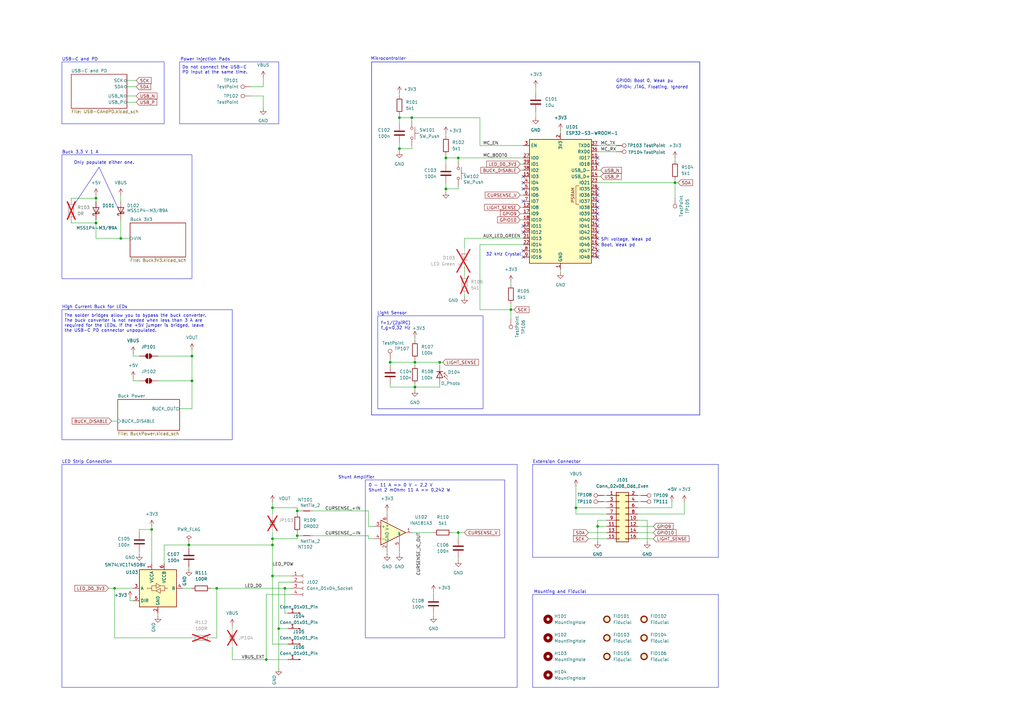
<source format=kicad_sch>
(kicad_sch (version 20250114) (generator "eeschema") (generator_version "9.0")
  (paper "A3")
  (title_block (title "Glowbuck"))
  (rectangle (start 25.4 63.5) (end 78.74 114.3))
  (rectangle (start 154.94 129.54) (end 198.12 167.64))
  (rectangle (start 218.44 190.5) (end 294.64 228.6))
  (rectangle (start 152.4 25.4) (end 287.02 170.18) (stroke (width 0.2)))
  (rectangle (start 25.4 25.4) (end 67.31 50.8))
  (rectangle (start 25.4 127) (end 95.25 180.34))
  (rectangle (start 73.66 25.4) (end 114.3 50.8))
  (rectangle (start 149.86 196.85) (end 207.01 261.62))
  (rectangle (start 218.44 243.84) (end 294.64 281.94))
  (rectangle (start 25.4 190.5) (end 212.09 281.94))
  (text "Only populate either one." (at 30.226 66.04 0) (effects (font (size 1.27 1.27)) (justify left top)))
  (text "SPI voltage, Weak pd" (at 256.794 98.298 0) (effects (font (size 1.27 1.27))))
  (text "Do not connect the USB-C\nPD input at the same time." (at 74.676 26.924 0) (effects (font (size 1.27 1.27)) (justify left top)))
  (text "Mikrocontroller\n" (at 159.258 24.13 0) (effects (font (size 1.27 1.27))))
  (text "Light Sensor" (at 160.782 128.524 0) (effects (font (size 1.27 1.27))))
  (text "Power Injection Pads" (at 73.914 24.384 0) (effects (font (size 1.27 1.27)) (justify left)))
  (text "GPIO4: JTAG, Floating, Ignored" (at 267.462 35.814 0) (effects (font (size 1.27 1.27))))
  (text "Buck 3,3 V 1 A" (at 25.4 62.484 0) (effects (font (size 1.27 1.27)) (justify left)))
  (text "Mounting and Fiducial" (at 218.948 242.824 0) (effects (font (size 1.27 1.27)) (justify left)))
  (text "0 - 11 A => 0 V - 2,2 V\nShunt 2 mOhm: 11 A => 0,242 W" (at 151.13 198.374 0) (effects (font (size 1.27 1.27)) (justify left top)))
  (text "GPIO0: Boot 0, Weak pu" (at 264.414 33.274 0) (effects (font (size 1.27 1.27))))
  (text "Extension Connector" (at 218.44 189.484 0) (effects (font (size 1.27 1.27)) (justify left)))
  (text "USB-C and PD" (at 25.4 24.384 0) (effects (font (size 1.27 1.27)) (justify left)))
  (text "Boot, Weak pd" (at 253.492 100.584 0) (effects (font (size 1.27 1.27))))
  (text "Shunt Amplifier" (at 138.684 195.834 0) (effects (font (size 1.27 1.27)) (justify left)))
  (text "The solder bridges allow you to bypass the buck converter.\nThe buck converter is not needed when less than 3 A are\nrequired for the LEDs. If the +5V jumper is bridged, leave\nthe USB-C PD connector unpopulated." (at 26.416 128.778 0) (effects (font (size 1.27 1.27)) (justify left top)))
  (text "32 kHz Crystal" (at 206.502 104.394 0) (effects (font (size 1.27 1.27))))
  (text "f=1/(2piRC)\nf_g=0,32 Hz" (at 162.306 133.604 0) (effects (font (size 1.27 1.27))))
  (text "LED Strip Connection" (at 25.4 189.484 0) (effects (font (size 1.27 1.27)) (justify left)))
  (text "High Current Buck for LEDs" (at 25.4 125.984 0) (effects (font (size 1.27 1.27)) (justify left)))
  (junction (at 116.84 241.3))
  (junction (at 187.96 218.44))
  (junction (at 78.74 146.05))
  (junction (at 182.88 64.77))
  (junction (at 276.86 74.93))
  (junction (at 111.76 208.28))
  (junction (at 160.02 148.59))
  (junction (at 49.53 97.79))
  (junction (at 77.47 223.52))
  (junction (at 78.74 156.21))
  (junction (at 39.37 91.44))
  (junction (at 111.76 220.98))
  (junction (at 114.3 257.81))
  (junction (at 121.92 209.55))
  (junction (at 245.11 215.9))
  (junction (at 46.99 241.3))
  (junction (at 180.34 148.59))
  (junction (at 121.92 219.71))
  (junction (at 170.18 148.59))
  (junction (at 182.88 77.47))
  (junction (at 236.22 208.28))
  (junction (at 88.9 241.3))
  (junction (at 111.76 236.22))
  (junction (at 187.96 64.77))
  (junction (at 168.91 48.26))
  (junction (at 109.22 270.51))
  (junction (at 209.55 127))
  (junction (at 163.83 48.26))
  (junction (at 39.37 81.28))
  (junction (at 163.83 60.96))
  (junction (at 111.76 223.52))
  (junction (at 170.18 158.75))
  (junction (at 62.23 217.17))
  (no_connect (at 245.11 77.47))
  (no_connect (at 245.11 80.01))
  (no_connect (at 245.11 105.41))
  (no_connect (at 245.11 90.17))
  (no_connect (at 214.63 105.41))
  (no_connect (at 245.11 82.55))
  (no_connect (at 245.11 87.63))
  (no_connect (at 214.63 92.71))
  (no_connect (at 245.11 92.71))
  (no_connect (at 214.63 82.55))
  (no_connect (at 214.63 72.39))
  (no_connect (at 214.63 77.47))
  (no_connect (at 245.11 97.79))
  (no_connect (at 245.11 85.09))
  (no_connect (at 245.11 102.87))
  (no_connect (at 214.63 95.25))
  (no_connect (at 214.63 102.87))
  (no_connect (at 245.11 64.77))
  (no_connect (at 245.11 67.31))
  (no_connect (at 214.63 74.93))
  (no_connect (at 245.11 100.33))
  (no_connect (at 245.11 95.25))
  (wire (pts (xy 209.55 127) (xy 209.55 130.81)))
  (wire (pts (xy 121.92 220.98) (xy 111.76 220.98)))
  (wire (pts (xy 121.92 219.71) (xy 123.19 219.71)))
  (wire (pts (xy 121.92 209.55) (xy 121.92 210.82)))
  (wire (pts (xy 168.91 48.26) (xy 196.85 48.26)))
  (wire (pts (xy 52.07 41.91) (xy 55.88 41.91)))
  (wire (pts (xy 67.31 223.52) (xy 67.31 231.14)))
  (wire (pts (xy 261.62 208.28) (xy 275.59 208.28)))
  (wire (pts (xy 275.59 208.28) (xy 275.59 205.74)))
  (wire (pts (xy 170.18 148.59) (xy 180.34 148.59)))
  (wire (pts (xy 151.13 219.71) (xy 151.13 220.98)))
  (wire (pts (xy 170.18 138.43) (xy 170.18 139.7)))
  (wire (pts (xy 219.71 45.72) (xy 219.71 48.26)))
  (wire (pts (xy 78.74 156.21) (xy 78.74 146.05)))
  (wire (pts (xy 209.55 124.46) (xy 209.55 127)))
  (wire (pts (xy 54.61 144.78) (xy 54.61 146.05)))
  (wire (pts (xy 245.11 215.9) (xy 248.92 215.9)))
  (wire (pts (xy 196.85 59.69) (xy 196.85 48.26)))
  (wire (pts (xy 245.11 62.23) (xy 252.73 62.23)))
  (wire (pts (xy 185.42 218.44) (xy 187.96 218.44)))
  (wire (pts (xy 280.67 210.82) (xy 261.62 210.82)))
  (wire (pts (xy 180.34 158.75) (xy 180.34 157.48)))
  (wire (pts (xy 52.07 35.56) (xy 55.88 35.56)))
  (wire (pts (xy 209.55 127) (xy 210.82 127)))
  (wire (pts (xy 64.77 251.46) (xy 64.77 252.73)))
  (wire (pts (xy 44.45 241.3) (xy 46.99 241.3)))
  (wire (pts (xy 151.13 220.98) (xy 153.67 220.98)))
  (wire (pts (xy 118.11 251.46) (xy 116.84 251.46)))
  (wire (pts (xy 177.8 251.46) (xy 177.8 252.73)))
  (wire (pts (xy 187.96 76.2) (xy 187.96 77.47)))
  (wire (pts (xy 196.85 59.69) (xy 214.63 59.69)))
  (wire (pts (xy 111.76 236.22) (xy 111.76 264.16)))
  (wire (pts (xy 74.93 241.3) (xy 78.74 241.3)))
  (wire (pts (xy 182.88 54.61) (xy 182.88 55.88)))
  (wire (pts (xy 88.9 261.62) (xy 88.9 241.3)))
  (wire (pts (xy 187.96 218.44) (xy 190.5 218.44)))
  (polyline (pts (xy 30.48 83.82) (xy 40.64 68.58)))
  (wire (pts (xy 187.96 229.87) (xy 187.96 228.6)))
  (wire (pts (xy 187.96 66.04) (xy 187.96 64.77)))
  (wire (pts (xy 107.95 35.56) (xy 107.95 31.75)))
  (wire (pts (xy 280.67 205.74) (xy 280.67 210.82)))
  (wire (pts (xy 39.37 81.28) (xy 29.21 81.28)))
  (wire (pts (xy 54.61 154.94) (xy 54.61 156.21)))
  (wire (pts (xy 213.36 85.09) (xy 214.63 85.09)))
  (wire (pts (xy 46.99 261.62) (xy 78.74 261.62)))
  (wire (pts (xy 39.37 91.44) (xy 39.37 90.17)))
  (wire (pts (xy 151.13 215.9) (xy 153.67 215.9)))
  (wire (pts (xy 77.47 232.41) (xy 77.47 233.68)))
  (wire (pts (xy 213.36 87.63) (xy 214.63 87.63)))
  (wire (pts (xy 261.62 205.74) (xy 262.89 205.74)))
  (wire (pts (xy 111.76 210.82) (xy 111.76 208.28)))
  (wire (pts (xy 236.22 210.82) (xy 236.22 208.28)))
  (wire (pts (xy 73.66 167.64) (xy 78.74 167.64)))
  (wire (pts (xy 64.77 156.21) (xy 78.74 156.21)))
  (wire (pts (xy 236.22 210.82) (xy 248.92 210.82)))
  (wire (pts (xy 46.99 241.3) (xy 54.61 241.3)))
  (wire (pts (xy 111.76 236.22) (xy 119.38 236.22)))
  (wire (pts (xy 190.5 120.65) (xy 190.5 121.92)))
  (wire (pts (xy 196.85 127) (xy 209.55 127)))
  (wire (pts (xy 111.76 218.44) (xy 111.76 220.98)))
  (wire (pts (xy 49.53 97.79) (xy 39.37 97.79)))
  (wire (pts (xy 29.21 81.28) (xy 29.21 82.55)))
  (wire (pts (xy 39.37 97.79) (xy 39.37 91.44)))
  (wire (pts (xy 182.88 74.93) (xy 182.88 77.47)))
  (wire (pts (xy 170.18 148.59) (xy 160.02 148.59)))
  (wire (pts (xy 121.92 218.44) (xy 121.92 219.71)))
  (wire (pts (xy 109.22 243.84) (xy 109.22 270.51)))
  (wire (pts (xy 180.34 148.59) (xy 181.61 148.59)))
  (wire (pts (xy 170.18 158.75) (xy 160.02 158.75)))
  (wire (pts (xy 182.88 63.5) (xy 182.88 64.77)))
  (wire (pts (xy 261.62 213.36) (xy 265.43 213.36)))
  (wire (pts (xy 109.22 270.51) (xy 118.11 270.51)))
  (wire (pts (xy 209.55 115.57) (xy 209.55 116.84)))
  (wire (pts (xy 187.96 64.77) (xy 214.63 64.77)))
  (wire (pts (xy 57.15 217.17) (xy 57.15 218.44)))
  (wire (pts (xy 45.72 172.72) (xy 48.26 172.72)))
  (wire (pts (xy 95.25 256.54) (xy 95.25 257.81)))
  (wire (pts (xy 116.84 241.3) (xy 119.38 241.3)))
  (wire (pts (xy 196.85 127) (xy 196.85 100.33)))
  (wire (pts (xy 78.74 167.64) (xy 78.74 156.21)))
  (wire (pts (xy 111.76 220.98) (xy 111.76 223.52)))
  (wire (pts (xy 121.92 209.55) (xy 123.19 209.55)))
  (wire (pts (xy 107.95 44.45) (xy 107.95 39.37)))
  (wire (pts (xy 128.27 209.55) (xy 151.13 209.55)))
  (wire (pts (xy 39.37 80.01) (xy 39.37 81.28)))
  (wire (pts (xy 196.85 100.33) (xy 214.63 100.33)))
  (wire (pts (xy 53.34 246.38) (xy 54.61 246.38)))
  (wire (pts (xy 78.74 143.51) (xy 78.74 146.05)))
  (wire (pts (xy 62.23 215.9) (xy 62.23 217.17)))
  (wire (pts (xy 118.11 264.16) (xy 111.76 264.16)))
  (wire (pts (xy 151.13 209.55) (xy 151.13 215.9)))
  (wire (pts (xy 236.22 208.28) (xy 248.92 208.28)))
  (wire (pts (xy 86.36 241.3) (xy 88.9 241.3)))
  (wire (pts (xy 53.34 245.11) (xy 53.34 246.38)))
  (wire (pts (xy 121.92 208.28) (xy 121.92 209.55)))
  (wire (pts (xy 168.91 59.69) (xy 168.91 60.96)))
  (wire (pts (xy 229.87 110.49) (xy 229.87 111.76)))
  (wire (pts (xy 49.53 80.01) (xy 49.53 82.55)))
  (wire (pts (xy 114.3 238.76) (xy 119.38 238.76)))
  (wire (pts (xy 182.88 64.77) (xy 182.88 67.31)))
  (wire (pts (xy 168.91 60.96) (xy 163.83 60.96)))
  (wire (pts (xy 52.07 33.02) (xy 55.88 33.02)))
  (wire (pts (xy 168.91 48.26) (xy 163.83 48.26)))
  (wire (pts (xy 170.18 148.59) (xy 170.18 149.86)))
  (wire (pts (xy 57.15 217.17) (xy 62.23 217.17)))
  (wire (pts (xy 261.62 203.2) (xy 262.89 203.2)))
  (wire (pts (xy 177.8 242.57) (xy 177.8 243.84)))
  (wire (pts (xy 245.11 213.36) (xy 245.11 215.9)))
  (wire (pts (xy 245.11 69.85) (xy 246.38 69.85)))
  (wire (pts (xy 46.99 241.3) (xy 46.99 261.62)))
  (wire (pts (xy 160.02 158.75) (xy 160.02 157.48)))
  (wire (pts (xy 67.31 223.52) (xy 77.47 223.52)))
  (wire (pts (xy 163.83 46.99) (xy 163.83 48.26)))
  (wire (pts (xy 111.76 223.52) (xy 111.76 236.22)))
  (wire (pts (xy 111.76 205.74) (xy 111.76 208.28)))
  (wire (pts (xy 276.86 74.93) (xy 276.86 81.28)))
  (wire (pts (xy 158.75 209.55) (xy 158.75 210.82)))
  (wire (pts (xy 39.37 81.28) (xy 39.37 82.55)))
  (wire (pts (xy 213.36 67.31) (xy 214.63 67.31)))
  (wire (pts (xy 49.53 90.17) (xy 49.53 97.79)))
  (wire (pts (xy 86.36 261.62) (xy 88.9 261.62)))
  (wire (pts (xy 49.53 97.79) (xy 53.34 97.79)))
  (wire (pts (xy 182.88 77.47) (xy 182.88 78.74)))
  (wire (pts (xy 114.3 274.32) (xy 114.3 257.81)))
  (wire (pts (xy 187.96 77.47) (xy 182.88 77.47)))
  (wire (pts (xy 219.71 35.56) (xy 219.71 38.1)))
  (wire (pts (xy 213.36 80.01) (xy 214.63 80.01)))
  (wire (pts (xy 163.83 60.96) (xy 163.83 62.23)))
  (wire (pts (xy 190.5 97.79) (xy 190.5 101.6)))
  (wire (pts (xy 118.11 257.81) (xy 114.3 257.81)))
  (wire (pts (xy 163.83 58.42) (xy 163.83 60.96)))
  (wire (pts (xy 190.5 109.22) (xy 190.5 113.03)))
  (wire (pts (xy 245.11 74.93) (xy 276.86 74.93)))
  (wire (pts (xy 64.77 146.05) (xy 78.74 146.05)))
  (wire (pts (xy 111.76 208.28) (xy 121.92 208.28)))
  (wire (pts (xy 276.86 64.77) (xy 276.86 66.04)))
  (wire (pts (xy 236.22 199.39) (xy 236.22 208.28)))
  (wire (pts (xy 187.96 220.98) (xy 187.96 218.44)))
  (wire (pts (xy 107.95 39.37) (xy 102.87 39.37)))
  (wire (pts (xy 54.61 146.05) (xy 57.15 146.05)))
  (wire (pts (xy 114.3 257.81) (xy 114.3 238.76)))
  (wire (pts (xy 247.65 203.2) (xy 248.92 203.2)))
  (wire (pts (xy 62.23 217.17) (xy 62.23 231.14)))
  (wire (pts (xy 95.25 265.43) (xy 95.25 270.51)))
  (wire (pts (xy 190.5 97.79) (xy 214.63 97.79)))
  (wire (pts (xy 245.11 59.69) (xy 252.73 59.69)))
  (wire (pts (xy 247.65 205.74) (xy 248.92 205.74)))
  (wire (pts (xy 248.92 218.44) (xy 241.3 218.44)))
  (wire (pts (xy 88.9 241.3) (xy 116.84 241.3)))
  (wire (pts (xy 77.47 223.52) (xy 111.76 223.52)))
  (wire (pts (xy 29.21 91.44) (xy 39.37 91.44)))
  (wire (pts (xy 168.91 218.44) (xy 177.8 218.44)))
  (wire (pts (xy 168.91 49.53) (xy 168.91 48.26)))
  (wire (pts (xy 170.18 158.75) (xy 170.18 160.02)))
  (wire (pts (xy 121.92 219.71) (xy 121.92 220.98)))
  (wire (pts (xy 229.87 53.34) (xy 229.87 54.61)))
  (wire (pts (xy 128.27 219.71) (xy 151.13 219.71)))
  (wire (pts (xy 245.11 222.25) (xy 245.11 215.9)))
  (wire (pts (xy 276.86 74.93) (xy 278.13 74.93)))
  (wire (pts (xy 267.97 218.44) (xy 261.62 218.44)))
  (wire (pts (xy 52.07 39.37) (xy 55.88 39.37)))
  (wire (pts (xy 261.62 220.98) (xy 267.97 220.98)))
  (wire (pts (xy 180.34 148.59) (xy 180.34 149.86)))
  (wire (pts (xy 102.87 35.56) (xy 107.95 35.56)))
  (wire (pts (xy 245.11 72.39) (xy 246.38 72.39)))
  (wire (pts (xy 158.75 226.06) (xy 158.75 227.33)))
  (wire (pts (xy 170.18 148.59) (xy 170.18 147.32)))
  (wire (pts (xy 160.02 147.32) (xy 160.02 148.59)))
  (wire (pts (xy 267.97 215.9) (xy 261.62 215.9)))
  (wire (pts (xy 160.02 148.59) (xy 160.02 149.86)))
  (wire (pts (xy 276.86 73.66) (xy 276.86 74.93)))
  (wire (pts (xy 95.25 270.51) (xy 109.22 270.51)))
  (wire (pts (xy 245.11 213.36) (xy 248.92 213.36)))
  (wire (pts (xy 170.18 158.75) (xy 180.34 158.75)))
  (wire (pts (xy 77.47 223.52) (xy 77.47 224.79)))
  (wire (pts (xy 163.83 38.1) (xy 163.83 39.37)))
  (polyline (pts (xy 40.64 68.58) (xy 48.26 85.09)))
  (wire (pts (xy 77.47 222.25) (xy 77.47 223.52)))
  (wire (pts (xy 54.61 156.21) (xy 57.15 156.21)))
  (wire (pts (xy 109.22 243.84) (xy 119.38 243.84)))
  (wire (pts (xy 116.84 241.3) (xy 116.84 251.46)))
  (wire (pts (xy 213.36 69.85) (xy 214.63 69.85)))
  (wire (pts (xy 57.15 227.33) (xy 57.15 226.06)))
  (wire (pts (xy 163.83 226.06) (xy 163.83 227.33)))
  (wire (pts (xy 163.83 48.26) (xy 163.83 50.8)))
  (wire (pts (xy 187.96 64.77) (xy 182.88 64.77)))
  (wire (pts (xy 213.36 90.17) (xy 214.63 90.17)))
  (wire (pts (xy 248.92 220.98) (xy 241.3 220.98)))
  (wire (pts (xy 29.21 90.17) (xy 29.21 91.44)))
  (wire (pts (xy 170.18 157.48) (xy 170.18 158.75)))
  (wire (pts (xy 265.43 213.36) (xy 265.43 222.25)))
  (label "MC_EN" (at 198.12 59.69 0))
  (label "CURSENSE_IC_OUT" (at 172.72 218.44 270))
  (label "LED_D0" (at 100.33 241.3 0))
  (label "LED_POW" (at 111.76 232.41 0))
  (label "CURSENSE_-IN" (at 133.35 219.71 0))
  (label "CURSENSE_+IN" (at 133.35 209.55 0))
  (label "MC_TX" (at 246.38 59.69 0))
  (label "AUX_LED_GREEN" (at 198.12 97.79 0))
  (label "VBUS_EXT" (at 99.06 270.51 0))
  (label "MC_RX" (at 246.38 62.23 0))
  (label "MC_BOOT0" (at 198.12 64.77 0))
  (global_label "SDA" (shape input) (at 241.3 218.44 180) (property "Intersheetrefs" "${INTERSHEET_REFS}" (at 234.7467 218.44 0) (effects (justify right))))
  (global_label "SDA" (shape input) (at 55.88 35.56 0) (property "Intersheetrefs" "${INTERSHEET_REFS}" (at 62.4333 35.56 0) (effects (justify left))))
  (global_label "LIGHT_SENSE" (shape input) (at 213.36 85.09 180) (property "Intersheetrefs" "${INTERSHEET_REFS}" (at 198.1587 85.09 0) (effects (justify right))))
  (global_label "CURSENSE_V" (shape input) (at 190.5 218.44 0) (property "Intersheetrefs" "${INTERSHEET_REFS}" (at 205.4594 218.44 0) (effects (justify left))))
  (global_label "USB_N" (shape input) (at 246.38 69.85 0) (property "Intersheetrefs" "${INTERSHEET_REFS}" (at 255.4733 69.85 0) (effects (justify left))))
  (global_label "USB_P" (shape input) (at 246.38 72.39 0) (property "Intersheetrefs" "${INTERSHEET_REFS}" (at 255.4128 72.39 0) (effects (justify left))))
  (global_label "LED_D0_3V3" (shape input) (at 44.45 241.3 180) (property "Intersheetrefs" "${INTERSHEET_REFS}" (at 30.0954 241.3 0) (effects (justify right))))
  (global_label "SCK" (shape input) (at 241.3 220.98 180) (property "Intersheetrefs" "${INTERSHEET_REFS}" (at 234.5653 220.98 0) (effects (justify right))))
  (global_label "SCK" (shape input) (at 210.82 127 0) (property "Intersheetrefs" "${INTERSHEET_REFS}" (at 217.5547 127 0) (effects (justify left))))
  (global_label "CURSENSE_V" (shape input) (at 213.36 80.01 180) (property "Intersheetrefs" "${INTERSHEET_REFS}" (at 198.4006 80.01 0) (effects (justify right))))
  (global_label "USB_P" (shape input) (at 55.88 41.91 0) (property "Intersheetrefs" "${INTERSHEET_REFS}" (at 64.9128 41.91 0) (effects (justify left))))
  (global_label "BUCK_DISABLE" (shape input) (at 45.72 172.72 180) (property "Intersheetrefs" "${INTERSHEET_REFS}" (at 29.0067 172.72 0) (effects (justify right))))
  (global_label "SCK" (shape input) (at 55.88 33.02 0) (property "Intersheetrefs" "${INTERSHEET_REFS}" (at 62.6147 33.02 0) (effects (justify left))))
  (global_label "LIGHT_SENSE" (shape input) (at 181.61 148.59 0) (property "Intersheetrefs" "${INTERSHEET_REFS}" (at 196.8113 148.59 0) (effects (justify left))))
  (global_label "BUCK_DISABLE" (shape input) (at 213.36 69.85 180) (property "Intersheetrefs" "${INTERSHEET_REFS}" (at 196.6467 69.85 0) (effects (justify right))))
  (global_label "GPIO10" (shape input) (at 213.36 90.17 180) (property "Intersheetrefs" "${INTERSHEET_REFS}" (at 203.4805 90.17 0) (effects (justify right))))
  (global_label "LIGHT_SENSE" (shape input) (at 267.97 220.98 0) (property "Intersheetrefs" "${INTERSHEET_REFS}" (at 283.1713 220.98 0) (effects (justify left))))
  (global_label "GPIO10" (shape input) (at 267.97 218.44 0) (property "Intersheetrefs" "${INTERSHEET_REFS}" (at 277.8495 218.44 0) (effects (justify left))))
  (global_label "LED_D0_3V3" (shape input) (at 213.36 67.31 180) (property "Intersheetrefs" "${INTERSHEET_REFS}" (at 199.0054 67.31 0) (effects (justify right))))
  (global_label "GPIO9" (shape input) (at 213.36 87.63 180) (property "Intersheetrefs" "${INTERSHEET_REFS}" (at 204.69 87.63 0) (effects (justify right))))
  (global_label "SDA" (shape input) (at 278.13 74.93 0) (property "Intersheetrefs" "${INTERSHEET_REFS}" (at 284.6833 74.93 0) (effects (justify left))))
  (global_label "GPIO9" (shape input) (at 267.97 215.9 0) (property "Intersheetrefs" "${INTERSHEET_REFS}" (at 276.64 215.9 0) (effects (justify left))))
  (global_label "USB_N" (shape input) (at 55.88 39.37 0) (property "Intersheetrefs" "${INTERSHEET_REFS}" (at 64.9733 39.37 0) (effects (justify left))))
  (symbol (lib_id "Switch:SW_Push") (at 187.96 71.12 270) (unit 1)
    (property "Reference" "SW102" (at 189.992 72.39 90) (effects (justify left)))
    (property "Value" "SW_Push" (at 189.992 74.676 90) (effects (justify left)))
    (property "Footprint" "rise:PTS526_GPins_NoGround_2Pole" (effects (hide yes)))
    (property "Datasheet" "https://www.ckswitches.com/media/2780/pts526.pdf" (effects (hide yes)))
    (property "Description" "Push button switch, generic, two pins" (effects (hide yes)))
    (property "MouserNumber" "611-PTS526SM20S21LFS" (effects (hide yes)))
    (property "ManufacturerNumber" "PTS526SM20SMTR21 LFS" (effects (hide yes)))
  )
  (symbol (lib_id "power:VBUS") (at 78.74 143.51 0) (unit 1)
    (property "Reference" "#PWR0117" (effects (hide yes)))
    (property "Value" "VOUT" (at 78.74 138.43 0))
    (property "Description" "Power symbol creates a global label with name \"VBUS\"" (effects (hide yes)))
  )
  (symbol (lib_id "power:VBUS") (at 111.76 205.74 0) (unit 1)
    (property "Reference" "#PWR0122" (effects (hide yes)))
    (property "Value" "VOUT" (at 114.3 204.4699 0) (effects (justify left)))
    (property "Description" "Power symbol creates a global label with name \"VBUS\"" (effects (hide yes)))
  )
  (symbol (lib_id "power:VBUS") (at 236.22 199.39 0) (unit 1)
    (property "Reference" "#PWR0121" (effects (hide yes)))
    (property "Value" "VBUS" (at 236.22 194.31 0))
    (property "Description" "Power symbol creates a global label with name \"VBUS\"" (effects (hide yes)))
  )
  (symbol (lib_id "Mechanical:MountingHole") (at 224.79 254 0) (unit 1) (in_bom no)
    (property "Reference" "H101" (at 227.33 252.7299 0) (effects (justify left)))
    (property "Value" "MountingHole" (at 227.33 255.2699 0) (effects (justify left)))
    (property "Footprint" "MountingHole:MountingHole_2.2mm_M2_DIN965_Pad_TopBottom" (effects (hide yes)))
    (property "Description" "Mounting Hole without connection" (effects (hide yes)))
  )
  (symbol (lib_id "power:VBUS") (at 107.95 31.75 0) (mirror y) (unit 1)
    (property "Reference" "#PWR0101" (effects (hide yes)))
    (property "Value" "VBUS" (at 107.95 26.67 0))
    (property "Description" "Power symbol creates a global label with name \"VBUS\"" (effects (hide yes)))
  )
  (symbol (lib_id "Device:C") (at 182.88 71.12 0) (unit 1)
    (property "Reference" "C103" (at 179.07 69.8499 0) (effects (justify right)))
    (property "Value" "100n" (at 179.07 72.3899 0) (effects (justify right)))
    (property "Footprint" "Capacitor_SMD:C_0603_1608Metric" (effects (hide yes)))
    (property "Description" "Unpolarized capacitor" (effects (hide yes)))
    (property "MouserNumber" "187-CL10B104KB8WPND" (effects (hide yes)))
    (property "ManufacturerNumber" "CL10B104KB8WPND" (effects (hide yes)))
  )
  (symbol (lib_id "Jumper:SolderJumper_2_Open") (at 95.25 261.62 90) (unit 1) (in_bom no) (dnp yes)
    (property "Reference" "JP104" (at 97.79 261.6199 90) (effects (justify right)))
    (property "Value" "SolderJumper_2_Open" (effects (hide yes)))
    (property "Footprint" "glowbuck:SolderJumper_Open_HighCurrent" (effects (hide yes)))
    (property "Description" "Solder Jumper, 2-pole, open" (effects (hide yes)))
  )
  (symbol (lib_id "power:PWR_FLAG") (at 77.47 222.25 0) (unit 1)
    (property "Reference" "#FLG0101" (effects (hide yes)))
    (property "Value" "PWR_FLAG" (at 77.47 217.17 0))
    (property "Description" "Special symbol for telling ERC where power comes from" (effects (hide yes)))
  )
  (symbol (lib_id "Connector:TestPoint") (at 252.73 59.69 270) (unit 1) (in_bom no)
    (property "Reference" "TP103" (at 257.302 59.69 90) (effects (justify left)))
    (property "Value" "TestPoint" (at 263.906 59.69 90) (effects (justify left)))
    (property "Footprint" "TestPoint:TestPoint_Pad_D1.0mm" (effects (hide yes)))
    (property "Description" "test point" (effects (hide yes)))
  )
  (symbol (lib_id "Device:R") (at 276.86 69.85 0) (unit 1)
    (property "Reference" "R104" (at 279.4 68.5799 0) (effects (justify left)))
    (property "Value" "5k1" (at 279.4 71.1199 0) (effects (justify left)))
    (property "Footprint" "Resistor_SMD:R_0603_1608Metric" (effects (hide yes)))
    (property "Description" "Resistor" (effects (hide yes)))
    (property "MouserNumber" "603-RC0603FR-105K1L" (effects (hide yes)))
    (property "ManufacturerNumber" "RC0603FR-105K1L" (effects (hide yes)))
  )
  (symbol (lib_id "Jumper:SolderJumper_2_Open") (at 60.96 146.05 0) (unit 1) (in_bom no)
    (property "Reference" "JP101" (at 60.96 142.24 0))
    (property "Value" "SolderJumper_2_Open" (effects (hide yes)))
    (property "Footprint" "glowbuck:SolderJumper_Open_HighCurrent" (effects (hide yes)))
    (property "Description" "Solder Jumper, 2-pole, open" (effects (hide yes)))
  )
  (symbol (lib_id "Connector:TestPoint") (at 160.02 147.32 0) (unit 1) (in_bom no)
    (property "Reference" "TP107" (at 161.798 143.002 0) (effects (justify left)))
    (property "Value" "TestPoint" (at 156.718 140.716 0) (effects (justify left)))
    (property "Footprint" "TestPoint:TestPoint_Pad_D1.0mm" (effects (hide yes)))
    (property "Description" "test point" (effects (hide yes)))
  )
  (symbol (lib_id "Device:D_Photo") (at 180.34 154.94 270) (unit 1)
    (property "Reference" "D104" (at 183.642 152.654 90) (effects (justify left)))
    (property "Value" "D_Photo" (at 180.848 157.226 90) (effects (justify left)))
    (property "Footprint" "Diode_SMD:D_1206_3216Metric" (effects (hide yes)))
    (property "Description" "Photodiode" (effects (hide yes)))
    (property "MouserNumber" "743-IN-S126BTNPD" (effects (hide yes)))
    (property "ManufacturerNumber" "IN-S126BTNPD" (effects (hide yes)))
  )
  (symbol (lib_id "power:GND") (at 190.5 121.92 0) (mirror y) (unit 1)
    (property "Reference" "#PWR0115" (effects (hide yes)))
    (property "Value" "GND" (at 187.96 123.1899 0) (effects (justify left)))
    (property "Description" "Power symbol creates a global label with name \"GND\" , ground" (effects (hide yes)))
  )
  (symbol (lib_id "Device:D_Schottky") (at 49.53 86.36 90) (unit 1)
    (property "Reference" "D102" (at 52.07 84.328 90) (effects (justify right)))
    (property "Value" "MSS1P4-M3/89A" (at 52.07 86.36 90) (effects (justify right)))
    (property "Footprint" "Diode_SMD:D_MicroSMP_AK" (effects (hide yes)))
    (property "Datasheet" "https://www.vishay.com/docs/89019/mss1p4.pdf" (effects (hide yes)))
    (property "Description" "Schottky diode, 1.0 A, 40 V" (effects (hide yes)))
    (property "ManufacturerNumber" "MSS1P4-M3/89A" (effects (hide yes)))
    (property "MouserNumber" "625-MSS1P4-M3" (effects (hide yes)))
  )
  (symbol (lib_id "power:GND") (at 107.95 44.45 0) (mirror y) (unit 1)
    (property "Reference" "#PWR0104" (effects (hide yes)))
    (property "Value" "GND" (at 107.95 49.53 0))
    (property "Description" "Power symbol creates a global label with name \"GND\" , ground" (effects (hide yes)))
  )
  (symbol (lib_id "power:GND") (at 158.75 227.33 0) (unit 1)
    (property "Reference" "#PWR0130" (effects (hide yes)))
    (property "Value" "GND" (at 158.75 232.41 0))
    (property "Description" "Power symbol creates a global label with name \"GND\" , ground" (effects (hide yes)))
  )
  (symbol (lib_id "power:+3V3") (at 276.86 64.77 0) (unit 1)
    (property "Reference" "#PWR0112" (effects (hide yes)))
    (property "Value" "+3V3" (at 276.86 59.69 0))
    (property "Description" "Power symbol creates a global label with name \"+3V3\"" (effects (hide yes)))
  )
  (symbol (lib_id "Device:D_Schottky") (at 39.37 86.36 90) (unit 1)
    (property "Reference" "D101" (at 41.91 84.328 90) (effects (justify right)))
    (property "Value" "MSS1P4-M3/89A" (at 31.242 93.472 90) (effects (justify right)))
    (property "Footprint" "Diode_SMD:D_MicroSMP_AK" (effects (hide yes)))
    (property "Datasheet" "https://www.vishay.com/docs/89019/mss1p4.pdf" (effects (hide yes)))
    (property "Description" "Schottky diode, 1.0 A, 40 V" (effects (hide yes)))
    (property "ManufacturerNumber" "MSS1P4-M3/89A" (effects (hide yes)))
    (property "MouserNumber" "625-MSS1P4-M3" (effects (hide yes)))
  )
  (symbol (lib_id "Device:R") (at 82.55 261.62 270) (unit 1) (dnp yes)
    (property "Reference" "R112" (at 82.55 255.27 90))
    (property "Value" "100R" (at 82.55 257.81 90))
    (property "Footprint" "Resistor_SMD:R_0603_1608Metric" (effects (hide yes)))
    (property "Description" "Resistor" (effects (hide yes)))
    (property "MouserNumber" "603-RE0603FRE07100RL" (effects (hide yes)))
    (property "ManufacturerNumber" "RE0603FRE07100RL" (effects (hide yes)))
  )
  (symbol (lib_id "Mechanical:Fiducial") (at 264.16 269.24 0) (unit 1) (in_bom no)
    (property "Reference" "FID106" (at 266.7 267.9699 0) (effects (justify left)))
    (property "Value" "Fiducial" (at 266.7 270.5099 0) (effects (justify left)))
    (property "Footprint" "Fiducial:Fiducial_0.5mm_Mask1mm" (effects (hide yes)))
    (property "Description" "Fiducial Marker" (effects (hide yes)))
  )
  (symbol (lib_id "Connector:TestPoint") (at 209.55 130.81 180) (unit 1) (in_bom no)
    (property "Reference" "TP106" (at 214.63 134.112 90))
    (property "Value" "TestPoint" (at 212.09 134.112 90))
    (property "Footprint" "TestPoint:TestPoint_Pad_D1.0mm" (effects (hide yes)))
    (property "Description" "test point" (effects (hide yes)))
  )
  (symbol (lib_id "Connector:Conn_01x01_Pin") (at 123.19 257.81 0) (mirror y) (unit 1) (in_bom no)
    (property "Reference" "J104" (at 122.555 252.73 0))
    (property "Value" "Conn_01x01_Pin" (at 122.555 255.27 0))
    (property "Footprint" "TestPoint:TestPoint_Pad_3.0x3.0mm" (effects (hide yes)))
    (property "Description" "Generic connector, single row, 01x01, script generated" (effects (hide yes)))
  )
  (symbol (lib_id "power:+3V3") (at 182.88 54.61 0) (unit 1)
    (property "Reference" "#PWR0107" (effects (hide yes)))
    (property "Value" "+3V3" (at 186.69 53.594 0))
    (property "Description" "Power symbol creates a global label with name \"+3V3\"" (effects (hide yes)))
  )
  (symbol (lib_id "power:+3V3") (at 53.34 245.11 0) (unit 1)
    (property "Reference" "#PWR0135" (effects (hide yes)))
    (property "Value" "+3V3" (at 49.53 244.094 0))
    (property "Description" "Power symbol creates a global label with name \"+3V3\"" (effects (hide yes)))
  )
  (symbol (lib_id "power:GND") (at 77.47 233.68 0) (unit 1)
    (property "Reference" "#PWR0133" (effects (hide yes)))
    (property "Value" "GND" (at 75.692 236.22 90) (effects (justify right)))
    (property "Description" "Power symbol creates a global label with name \"GND\" , ground" (effects (hide yes)))
  )
  (symbol (lib_id "Device:R") (at 29.21 86.36 180) (unit 1) (dnp yes)
    (property "Reference" "R103" (at 31.75 85.0899 0) (effects (justify right)))
    (property "Value" "0R" (at 31.75 87.6299 0) (effects (justify right)))
    (property "Footprint" "Resistor_SMD:R_0603_1608Metric" (effects (hide yes)))
    (property "Description" "Resistor" (effects (hide yes)))
    (property "Var" "Debug Included(0R) Excluded(-! DNP)" (effects (hide yes)))
    (property "MouserNumber" "603-RC0603FR-130RL" (effects (hide yes)))
    (property "ManufacturerNumber" "RC0603FR-130RL" (effects (hide yes)))
  )
  (symbol (lib_id "power:VBUS") (at 95.25 256.54 0) (unit 1)
    (property "Reference" "#PWR0139" (effects (hide yes)))
    (property "Value" "VBUS" (at 95.25 251.46 0))
    (property "Description" "Power symbol creates a global label with name \"VBUS\"" (effects (hide yes)))
  )
  (symbol (lib_id "Device:R") (at 170.18 153.67 0) (unit 1)
    (property "Reference" "R108" (at 172.72 152.3999 0) (effects (justify left)))
    (property "Value" "100k" (at 172.72 154.9399 0) (effects (justify left)))
    (property "Footprint" "Resistor_SMD:R_0603_1608Metric" (effects (hide yes)))
    (property "Description" "Resistor" (effects (hide yes)))
    (property "MouserNumber" "603-RT0603FRE07100KL" (effects (hide yes)))
    (property "ManufacturerNumber" "RT0603FRE07100KL" (effects (hide yes)))
  )
  (symbol (lib_id "power:VBUS") (at 49.53 80.01 0) (unit 1)
    (property "Reference" "#PWR0111" (effects (hide yes)))
    (property "Value" "VBUS" (at 49.53 74.93 0))
    (property "Description" "Power symbol creates a global label with name \"VBUS\"" (effects (hide yes)))
  )
  (symbol (lib_id "Device:R") (at 209.55 120.65 0) (unit 1)
    (property "Reference" "R105" (at 212.09 119.3799 0) (effects (justify left)))
    (property "Value" "5k1" (at 212.09 121.9199 0) (effects (justify left)))
    (property "Footprint" "Resistor_SMD:R_0603_1608Metric" (effects (hide yes)))
    (property "Description" "Resistor" (effects (hide yes)))
    (property "MouserNumber" "603-RC0603FR-105K1L" (effects (hide yes)))
    (property "ManufacturerNumber" "RC0603FR-105K1L" (effects (hide yes)))
  )
  (symbol (lib_id "Device:C") (at 163.83 54.61 0) (unit 1)
    (property "Reference" "C102" (at 160.02 53.3399 0) (effects (justify right)))
    (property "Value" "100n" (at 160.02 55.8799 0) (effects (justify right)))
    (property "Footprint" "Capacitor_SMD:C_0603_1608Metric" (effects (hide yes)))
    (property "Description" "Unpolarized capacitor" (effects (hide yes)))
    (property "MouserNumber" "187-CL10B104KB8WPND" (effects (hide yes)))
    (property "ManufacturerNumber" "CL10B104KB8WPND" (effects (hide yes)))
  )
  (symbol (lib_id "power:+3V3") (at 177.8 242.57 0) (unit 1)
    (property "Reference" "#PWR0134" (effects (hide yes)))
    (property "Value" "+3V3" (at 182.118 241.046 0))
    (property "Description" "Power symbol creates a global label with name \"+3V3\"" (effects (hide yes)))
  )
  (symbol (lib_id "Connector:TestPoint") (at 252.73 62.23 270) (unit 1) (in_bom no)
    (property "Reference" "TP104" (at 257.556 62.484 90) (effects (justify left)))
    (property "Value" "TestPoint" (at 263.906 62.484 90) (effects (justify left)))
    (property "Footprint" "TestPoint:TestPoint_Pad_D1.0mm" (effects (hide yes)))
    (property "Description" "test point" (effects (hide yes)))
  )
  (symbol (lib_id "Connector:TestPoint") (at 247.65 205.74 90) (unit 1) (in_bom no)
    (property "Reference" "TP110" (at 239.776 205.74 90))
    (property "Value" "TestPoint" (effects (hide yes)))
    (property "Footprint" "TestPoint:TestPoint_Pad_D1.0mm" (effects (hide yes)))
    (property "Description" "test point" (effects (hide yes)))
  )
  (symbol (lib_id "power:+3V3") (at 209.55 115.57 0) (unit 1)
    (property "Reference" "#PWR0113" (effects (hide yes)))
    (property "Value" "+3V3" (at 209.55 110.49 0))
    (property "Description" "Power symbol creates a global label with name \"+3V3\"" (effects (hide yes)))
  )
  (symbol (lib_name "LED_1") (lib_id "Device:LED") (at 190.5 105.41 270) (mirror x) (unit 1) (dnp yes)
    (property "Reference" "D103" (at 186.69 105.7274 90) (effects (justify right)))
    (property "Value" "LED Green" (at 186.69 108.2674 90) (effects (justify right)))
    (property "Footprint" "LED_SMD:LED_0603_1608Metric" (effects (hide yes)))
    (property "Description" "Light emitting diode" (effects (hide yes)))
    (property "Sim.Pins" "1=K 2=A" (effects (hide yes)))
    (property "MouserNumber" "710-150060VS55040" (effects (hide yes)))
    (property "ManufacturerNumber" "150060VS55040" (effects (hide yes)))
  )
  (symbol (lib_id "power:GND") (at 245.11 222.25 0) (unit 1)
    (property "Reference" "#PWR0127" (effects (hide yes)))
    (property "Value" "GND" (at 245.11 227.33 0))
    (property "Description" "Power symbol creates a global label with name \"GND\" , ground" (effects (hide yes)))
  )
  (symbol (lib_id "power:+3V3") (at 163.83 38.1 0) (unit 1)
    (property "Reference" "#PWR0103" (effects (hide yes)))
    (property "Value" "+3V3" (at 168.148 36.576 0))
    (property "Description" "Power symbol creates a global label with name \"+3V3\"" (effects (hide yes)))
  )
  (symbol (lib_id "Connector:TestPoint") (at 102.87 39.37 90) (mirror x) (unit 1) (in_bom no)
    (property "Reference" "TP102" (at 97.79 39.37 90) (effects (justify left)))
    (property "Value" "TestPoint" (at 97.79 41.91 90) (effects (justify left)))
    (property "Footprint" "TestPoint:TestPoint_Pad_3.0x3.0mm" (effects (hide yes)))
    (property "Description" "test point" (effects (hide yes)))
  )
  (symbol (lib_id "power:+3V3") (at 280.67 205.74 0) (unit 1)
    (property "Reference" "#PWR0124" (effects (hide yes)))
    (property "Value" "+3V3" (at 280.67 200.66 0))
    (property "Description" "Power symbol creates a global label with name \"+3V3\"" (effects (hide yes)))
  )
  (symbol (lib_id "power:+5V") (at 275.59 205.74 0) (unit 1)
    (property "Reference" "#PWR0123" (effects (hide yes)))
    (property "Value" "+5V" (at 275.59 200.66 0))
    (property "Description" "Power symbol creates a global label with name \"+5V\"" (effects (hide yes)))
  )
  (symbol (lib_id "Connector:Conn_01x04_Socket") (at 124.46 238.76 0) (unit 1)
    (property "Reference" "J102" (at 125.73 238.7599 0) (effects (justify left)))
    (property "Value" "Conn_01x04_Socket" (at 125.73 241.2999 0) (effects (justify left)))
    (property "Footprint" "glowbuck:PTS 1,5_ 4-5,0-H" (effects (hide yes)))
    (property "Datasheet" "https://www.mouser.de/datasheet/3/507/10/phoenix_contact_1792889_en.pdf" (effects (hide yes)))
    (property "ManufacturerNumber" "1792889" (effects (hide yes)))
    (property "MouserNumber" "651-1792889" (effects (hide yes)))
  )
  (symbol (lib_id "power:+3V3") (at 219.71 35.56 0) (unit 1)
    (property "Reference" "#PWR0102" (effects (hide yes)))
    (property "Value" "+3V3" (at 219.71 30.48 0))
    (property "Description" "Power symbol creates a global label with name \"+3V3\"" (effects (hide yes)))
  )
  (symbol (lib_id "Device:R") (at 170.18 143.51 0) (unit 1)
    (property "Reference" "R107" (at 172.72 142.2399 0) (effects (justify left)))
    (property "Value" "100k" (at 172.72 144.7799 0) (effects (justify left)))
    (property "Footprint" "Resistor_SMD:R_0603_1608Metric" (effects (hide yes)))
    (property "Description" "Resistor" (effects (hide yes)))
    (property "MouserNumber" "603-RT0603FRE07100KL" (effects (hide yes)))
    (property "ManufacturerNumber" "RT0603FRE07100KL" (effects (hide yes)))
  )
  (symbol (lib_id "Connector:TestPoint") (at 247.65 203.2 90) (unit 1) (in_bom no)
    (property "Reference" "TP108" (at 239.776 202.946 90))
    (property "Value" "TestPoint" (effects (hide yes)))
    (property "Footprint" "TestPoint:TestPoint_Pad_D1.0mm" (effects (hide yes)))
    (property "Description" "test point" (effects (hide yes)))
  )
  (symbol (lib_id "Device:C") (at 160.02 153.67 0) (unit 1)
    (property "Reference" "C104" (at 163.83 152.3999 0) (effects (justify left)))
    (property "Value" "100n" (at 163.83 154.9399 0) (effects (justify left)))
    (property "Footprint" "Capacitor_SMD:C_0603_1608Metric" (effects (hide yes)))
    (property "Description" "Unpolarized capacitor" (effects (hide yes)))
    (property "MouserNumber" "187-CL10B104KB8WPND" (effects (hide yes)))
    (property "ManufacturerNumber" "CL10B104KB8WPND" (effects (hide yes)))
  )
  (symbol (lib_id "Mechanical:Fiducial") (at 248.92 261.62 0) (unit 1) (in_bom no)
    (property "Reference" "FID103" (at 251.46 260.3499 0) (effects (justify left)))
    (property "Value" "Fiducial" (at 251.46 262.8899 0) (effects (justify left)))
    (property "Footprint" "Fiducial:Fiducial_0.5mm_Mask1mm" (effects (hide yes)))
    (property "Description" "Fiducial Marker" (effects (hide yes)))
  )
  (symbol (lib_id "Mechanical:Fiducial") (at 264.16 261.62 0) (unit 1) (in_bom no)
    (property "Reference" "FID104" (at 266.7 260.3499 0) (effects (justify left)))
    (property "Value" "Fiducial" (at 266.7 262.8899 0) (effects (justify left)))
    (property "Footprint" "Fiducial:Fiducial_0.5mm_Mask1mm" (effects (hide yes)))
    (property "Description" "Fiducial Marker" (effects (hide yes)))
  )
  (symbol (lib_id "Mechanical:Fiducial") (at 248.92 269.24 0) (unit 1) (in_bom no)
    (property "Reference" "FID105" (at 251.46 267.9699 0) (effects (justify left)))
    (property "Value" "Fiducial" (at 251.46 270.5099 0) (effects (justify left)))
    (property "Footprint" "Fiducial:Fiducial_0.5mm_Mask1mm" (effects (hide yes)))
    (property "Description" "Fiducial Marker" (effects (hide yes)))
  )
  (symbol (lib_id "power:GND") (at 219.71 48.26 0) (unit 1)
    (property "Reference" "#PWR0105" (effects (hide yes)))
    (property "Value" "GND" (at 219.71 53.34 0))
    (property "Description" "Power symbol creates a global label with name \"GND\" , ground" (effects (hide yes)))
  )
  (symbol (lib_id "power:+3V3") (at 229.87 53.34 0) (unit 1)
    (property "Reference" "#PWR0106" (effects (hide yes)))
    (property "Value" "+3V3" (at 229.87 48.26 0))
    (property "Description" "Power symbol creates a global label with name \"+3V3\"" (effects (hide yes)))
  )
  (symbol (lib_id "Connector:Conn_01x01_Pin") (at 123.19 251.46 0) (mirror y) (unit 1) (in_bom no)
    (property "Reference" "J103" (effects (hide yes)))
    (property "Value" "Conn_01x01_Pin" (at 122.555 248.92 0))
    (property "Footprint" "TestPoint:TestPoint_Pad_1.0x1.0mm" (effects (hide yes)))
    (property "Description" "Generic connector, single row, 01x01, script generated" (effects (hide yes)))
  )
  (symbol (lib_id "Connector:Conn_01x01_Pin") (at 123.19 264.16 180) (unit 1) (in_bom no)
    (property "Reference" "J105" (at 122.555 259.08 0))
    (property "Value" "Conn_01x01_Pin" (at 122.555 261.62 0))
    (property "Footprint" "TestPoint:TestPoint_Pad_3.0x3.0mm" (effects (hide yes)))
    (property "Description" "Generic connector, single row, 01x01, script generated" (effects (hide yes)))
  )
  (symbol (lib_id "Device:C") (at 77.47 228.6 0) (unit 1)
    (property "Reference" "C107" (at 73.66 227.3299 0) (effects (justify right)))
    (property "Value" "100n" (at 73.66 229.8699 0) (effects (justify right)))
    (property "Footprint" "Capacitor_SMD:C_0603_1608Metric" (effects (hide yes)))
    (property "Description" "Unpolarized capacitor" (effects (hide yes)))
    (property "MouserNumber" "187-CL10B104KB8WPND" (effects (hide yes)))
    (property "ManufacturerNumber" "CL10B104KB8WPND" (effects (hide yes)))
  )
  (symbol (lib_id "Mechanical:MountingHole") (at 224.79 261.62 0) (unit 1) (in_bom no)
    (property "Reference" "H102" (at 227.33 260.3499 0) (effects (justify left)))
    (property "Value" "MountingHole" (at 227.33 262.8899 0) (effects (justify left)))
    (property "Footprint" "MountingHole:MountingHole_2.2mm_M2_DIN965_Pad_TopBottom" (effects (hide yes)))
    (property "Description" "Mounting Hole without connection" (effects (hide yes)))
  )
  (symbol (lib_id "power:GND") (at 229.87 111.76 0) (unit 1)
    (property "Reference" "#PWR0114" (effects (hide yes)))
    (property "Value" "GND" (at 229.87 116.84 0))
    (property "Description" "Power symbol creates a global label with name \"GND\" , ground" (effects (hide yes)))
  )
  (symbol (lib_id "power:+3V3") (at 62.23 215.9 0) (unit 1)
    (property "Reference" "#PWR0126" (effects (hide yes)))
    (property "Value" "+3V3" (at 62.23 210.82 0))
    (property "Description" "Power symbol creates a global label with name \"+3V3\"" (effects (hide yes)))
  )
  (symbol (lib_id "power:GND") (at 187.96 229.87 0) (unit 1)
    (property "Reference" "#PWR0132" (effects (hide yes)))
    (property "Value" "GND" (at 187.96 234.95 0))
    (property "Description" "Power symbol creates a global label with name \"GND\" , ground" (effects (hide yes)))
  )
  (symbol (lib_id "Device:R") (at 190.5 116.84 0) (unit 1) (dnp yes)
    (property "Reference" "R106" (at 193.04 115.5699 0) (effects (justify left)))
    (property "Value" "5k1" (at 193.04 118.1099 0) (effects (justify left)))
    (property "Footprint" "Resistor_SMD:R_0603_1608Metric" (effects (hide yes)))
    (property "Description" "Resistor" (effects (hide yes)))
    (property "MouserNumber" "603-RC0603FR-105K1L" (effects (hide yes)))
    (property "ManufacturerNumber" "RC0603FR-105K1L" (effects (hide yes)))
  )
  (symbol (lib_id "Device:NetTie_2") (at 125.73 209.55 180) (unit 1) (in_bom no)
    (property "Reference" "NT101" (at 125.222 204.978 0))
    (property "Value" "NetTie_2" (at 127.254 207.264 0))
    (property "Footprint" "glowbuck:NETTIE_0.3mm" (effects (hide yes)))
    (property "Description" "Net tie, 2 pins" (effects (hide yes)))
  )
  (symbol (lib_id "Mechanical:MountingHole") (at 224.79 269.24 0) (unit 1) (in_bom no)
    (property "Reference" "H103" (at 227.33 267.9699 0) (effects (justify left)))
    (property "Value" "MountingHole" (at 227.33 270.5099 0) (effects (justify left)))
    (property "Footprint" "MountingHole:MountingHole_2.2mm_M2_DIN965_Pad_TopBottom" (effects (hide yes)))
    (property "Description" "Mounting Hole without connection" (effects (hide yes)))
  )
  (symbol (lib_id "Amplifier_Current:INA181") (at 161.29 218.44 0) (unit 1)
    (property "Reference" "U102" (at 172.72 212.0198 0))
    (property "Value" "INA181A3" (at 172.72 214.5598 0))
    (property "Footprint" "Package_TO_SOT_SMD:SOT-23-6" (effects (hide yes)))
    (property "Datasheet" "http://www.ti.com/lit/ds/symlink/ina181.pdf" (effects (hide yes)))
    (property "Description" "Bidirectional, Low- and High-Side Voltage Output, Current-Sense Amplifier, SOT-23-6" (effects (hide yes)))
    (property "ManufacturerNumber" "INA181A3IDBVR" (effects (hide yes)))
    (property "MouserNumber" "595-INA181A3IDBVR" (effects (hide yes)))
  )
  (symbol (lib_id "RF_Module:ESP32-S3-WROOM-1") (at 229.87 82.55 0) (unit 1)
    (property "Reference" "U101" (at 232.0133 52.07 0) (effects (justify left)))
    (property "Value" "ESP32-S3-WROOM-1" (at 232.0133 54.61 0) (effects (justify left)))
    (property "Footprint" "RF_Module:ESP32-S3-WROOM-1" (effects (hide yes)))
    (property "Datasheet" "https://www.espressif.com/sites/default/files/documentation/esp32-s3-wroom-1_wroom-1u_datasheet_en.pdf" (effects (hide yes)))
    (property "Description" "RF Module, ESP32-S3 SoC, Wi-Fi 802.11b/g/n, Bluetooth, BLE, 32-bit, 3.3V, onboard antenna, SMD" (effects (hide yes)))
    (property "MouserNumber" "356-ESP32-S3WROOM1N4" (effects (hide yes)))
    (property "ManufacturerNumber" "ESP32-S3-WROOM-1-N4" (effects (hide yes)))
  )
  (symbol (lib_id "Mechanical:Fiducial") (at 264.16 254 0) (unit 1) (in_bom no)
    (property "Reference" "FID102" (at 266.7 252.7299 0) (effects (justify left)))
    (property "Value" "Fiducial" (at 266.7 255.2699 0) (effects (justify left)))
    (property "Footprint" "Fiducial:Fiducial_0.5mm_Mask1mm" (effects (hide yes)))
    (property "Description" "Fiducial Marker" (effects (hide yes)))
  )
  (symbol (lib_id "power:GND") (at 57.15 227.33 0) (unit 1)
    (property "Reference" "#PWR0129" (effects (hide yes)))
    (property "Value" "GND" (at 53.34 228.6 0))
    (property "Description" "Power symbol creates a global label with name \"GND\" , ground" (effects (hide yes)))
  )
  (symbol (lib_id "Connector:TestPoint") (at 276.86 81.28 180) (unit 1) (in_bom no)
    (property "Reference" "TP105" (at 281.94 84.582 90))
    (property "Value" "TestPoint" (at 279.4 84.582 90))
    (property "Footprint" "TestPoint:TestPoint_Pad_D1.0mm" (effects (hide yes)))
    (property "Description" "test point" (effects (hide yes)))
  )
  (symbol (lib_id "power:GND") (at 177.8 252.73 0) (unit 1)
    (property "Reference" "#PWR0137" (effects (hide yes)))
    (property "Value" "GND" (at 177.8 257.81 0))
    (property "Description" "Power symbol creates a global label with name \"GND\" , ground" (effects (hide yes)))
  )
  (symbol (lib_id "power:GND") (at 163.83 62.23 0) (unit 1)
    (property "Reference" "#PWR0108" (effects (hide yes)))
    (property "Value" "GND" (at 163.83 67.31 0))
    (property "Description" "Power symbol creates a global label with name \"GND\" , ground" (effects (hide yes)))
  )
  (symbol (lib_id "power:GND") (at 114.3 274.32 0) (unit 1)
    (property "Reference" "#PWR0138" (effects (hide yes)))
    (property "Value" "GND" (at 112.522 276.86 90) (effects (justify right)))
    (property "Description" "Power symbol creates a global label with name \"GND\" , ground" (effects (hide yes)))
  )
  (symbol (lib_id "Jumper:SolderJumper_2_Open") (at 60.96 156.21 0) (unit 1) (in_bom no)
    (property "Reference" "JP102" (at 60.96 152.4 0))
    (property "Value" "SolderJumper_2_Open" (effects (hide yes)))
    (property "Footprint" "glowbuck:SolderJumper_Open_HighCurrent" (effects (hide yes)))
    (property "Description" "Solder Jumper, 2-pole, open" (effects (hide yes)))
  )
  (symbol (lib_id "Jumper:SolderJumper_2_Open") (at 111.76 214.63 90) (unit 1) (in_bom no) (dnp yes)
    (property "Reference" "JP103" (at 114.3 213.3599 90) (effects (justify right)))
    (property "Value" "SolderJumper_2_Open" (effects (hide yes)))
    (property "Footprint" "glowbuck:SolderJumper_Open_HighCurrent" (effects (hide yes)))
    (property "Description" "Solder Jumper, 2-pole, open" (effects (hide yes)))
  )
  (symbol (lib_id "Connector:Conn_01x01_Pin") (at 123.19 270.51 0) (mirror y) (unit 1) (in_bom no)
    (property "Reference" "J106" (at 122.555 265.43 0))
    (property "Value" "Conn_01x01_Pin" (at 122.555 267.97 0))
    (property "Footprint" "TestPoint:TestPoint_Pad_3.0x3.0mm" (effects (hide yes)))
    (property "Description" "Generic connector, single row, 01x01, script generated" (effects (hide yes)))
  )
  (symbol (lib_id "power:GND") (at 265.43 222.25 0) (unit 1)
    (property "Reference" "#PWR0128" (effects (hide yes)))
    (property "Value" "GND" (at 265.43 227.33 0))
    (property "Description" "Power symbol creates a global label with name \"GND\" , ground" (effects (hide yes)))
  )
  (symbol (lib_id "Device:C") (at 57.15 222.25 0) (unit 1)
    (property "Reference" "C105" (at 53.34 220.9799 0) (effects (justify right)))
    (property "Value" "100n" (at 53.34 223.5199 0) (effects (justify right)))
    (property "Footprint" "Capacitor_SMD:C_0603_1608Metric" (effects (hide yes)))
    (property "Description" "Unpolarized capacitor" (effects (hide yes)))
    (property "MouserNumber" "187-CL10B104KB8WPND" (effects (hide yes)))
    (property "ManufacturerNumber" "CL10B104KB8WPND" (effects (hide yes)))
  )
  (symbol (lib_id "power:GND") (at 163.83 227.33 0) (unit 1)
    (property "Reference" "#PWR0131" (effects (hide yes)))
    (property "Value" "GND" (at 163.83 232.41 0))
    (property "Description" "Power symbol creates a global label with name \"GND\" , ground" (effects (hide yes)))
  )
  (symbol (lib_id "power:GND") (at 170.18 160.02 0) (unit 1)
    (property "Reference" "#PWR0120" (effects (hide yes)))
    (property "Value" "GND" (at 170.18 165.1 0))
    (property "Description" "Power symbol creates a global label with name \"GND\" , ground" (effects (hide yes)))
  )
  (symbol (lib_id "Device:R") (at 182.88 59.69 0) (unit 1)
    (property "Reference" "R102" (at 185.42 58.4199 0) (effects (justify left)))
    (property "Value" "5k1" (at 185.42 60.9599 0) (effects (justify left)))
    (property "Footprint" "Resistor_SMD:R_0603_1608Metric" (effects (hide yes)))
    (property "Description" "Resistor" (effects (hide yes)))
    (property "MouserNumber" "603-RC0603FR-105K1L" (effects (hide yes)))
    (property "ManufacturerNumber" "RC0603FR-105K1L" (effects (hide yes)))
  )
  (symbol (lib_id "power:VBUS") (at 54.61 144.78 0) (unit 1)
    (property "Reference" "#PWR0118" (effects (hide yes)))
    (property "Value" "VBUS" (at 54.61 139.7 0))
    (property "Description" "Power symbol creates a global label with name \"VBUS\"" (effects (hide yes)))
  )
  (symbol (lib_id "Device:R") (at 163.83 43.18 0) (unit 1)
    (property "Reference" "R101" (at 166.37 41.9099 0) (effects (justify left)))
    (property "Value" "5k1" (at 166.37 44.4499 0) (effects (justify left)))
    (property "Footprint" "Resistor_SMD:R_0603_1608Metric" (effects (hide yes)))
    (property "Description" "Resistor" (effects (hide yes)))
    (property "MouserNumber" "603-RC0603FR-105K1L" (effects (hide yes)))
    (property "ManufacturerNumber" "RC0603FR-105K1L" (effects (hide yes)))
  )
  (symbol (lib_id "Connector:TestPoint") (at 262.89 203.2 270) (unit 1) (in_bom no)
    (property "Reference" "TP109" (at 267.97 203.1999 90) (effects (justify left)))
    (property "Value" "TestPoint" (effects (hide yes)))
    (property "Footprint" "TestPoint:TestPoint_Pad_D1.0mm" (effects (hide yes)))
    (property "Description" "test point" (effects (hide yes)))
  )
  (symbol (lib_id "power:GND") (at 182.88 78.74 0) (unit 1)
    (property "Reference" "#PWR0109" (effects (hide yes)))
    (property "Value" "GND" (effects (hide yes)))
    (property "Description" "Power symbol creates a global label with name \"GND\" , ground" (effects (hide yes)))
  )
  (symbol (lib_id "Device:R") (at 121.92 214.63 0) (unit 1)
    (property "Reference" "R109" (at 124.46 213.3599 0) (effects (justify left)))
    (property "Value" "0R002" (at 124.46 215.8999 0) (effects (justify left)))
    (property "Footprint" "Resistor_SMD:R_0805_2012Metric" (effects (hide yes)))
    (property "Datasheet" "https://www.vishay.com/docs/30402/wfc.pdf" (effects (hide yes)))
    (property "Description" "Current Sense Resistor, 1/2 W" (effects (hide yes)))
    (property "MouserNumber" "71-WFC08052L000FE66" (effects (hide yes)))
    (property "ManufacturerNumber" "WFC08052L000FE66" (effects (hide yes)))
  )
  (symbol (lib_id "Logic_LevelTranslator:SN74LVC1T45DBV") (at 64.77 241.3 0) (unit 1)
    (property "Reference" "U103" (at 54.102 234.696 0))
    (property "Value" "SN74LVC1T45DBV" (at 51.308 231.648 0))
    (property "Footprint" "Package_TO_SOT_SMD:SOT-23-6" (effects (hide yes)))
    (property "Datasheet" "http://www.ti.com/lit/ds/symlink/sn74lvc1t45.pdf" (effects (hide yes)))
    (property "Description" "Single-Bit Dual-Supply Bus Transceiver With Configurable Voltage Translation and 3-State Outputs, SOT-23-6" (effects (hide yes)))
    (property "ManufacturerNumber" "SN74LVC1T45DBVRG4" (effects (hide yes)))
    (property "MouserNumber" "595-74LVC1T45DBVRG4" (effects (hide yes)))
  )
  (symbol (lib_id "Mechanical:MountingHole") (at 224.79 276.86 0) (unit 1) (in_bom no)
    (property "Reference" "H104" (at 227.33 275.5899 0) (effects (justify left)))
    (property "Value" "MountingHole" (at 227.33 278.1299 0) (effects (justify left)))
    (property "Footprint" "MountingHole:MountingHole_2.2mm_M2_DIN965_Pad_TopBottom" (effects (hide yes)))
    (property "Description" "Mounting Hole without connection" (effects (hide yes)))
  )
  (symbol (lib_id "Device:R") (at 181.61 218.44 90) (unit 1)
    (property "Reference" "R110" (at 181.61 212.09 90))
    (property "Value" "5k1" (at 181.61 214.63 90))
    (property "Footprint" "Resistor_SMD:R_0603_1608Metric" (effects (hide yes)))
    (property "Description" "Resistor" (effects (hide yes)))
    (property "MouserNumber" "603-RC0603FR-105K1L" (effects (hide yes)))
    (property "ManufacturerNumber" "RC0603FR-105K1L" (effects (hide yes)))
  )
  (symbol (lib_id "Device:C") (at 177.8 247.65 0) (unit 1)
    (property "Reference" "C108" (at 173.99 246.3799 0) (effects (justify right)))
    (property "Value" "100n" (at 173.99 248.9199 0) (effects (justify right)))
    (property "Footprint" "Capacitor_SMD:C_0603_1608Metric" (effects (hide yes)))
    (property "Description" "Unpolarized capacitor" (effects (hide yes)))
    (property "MouserNumber" "187-CL10B104KB8WPND" (effects (hide yes)))
    (property "ManufacturerNumber" "CL10B104KB8WPND" (effects (hide yes)))
  )
  (symbol (lib_id "Device:C") (at 219.71 41.91 0) (unit 1)
    (property "Reference" "C101" (at 223.52 40.6399 0) (effects (justify left)))
    (property "Value" "10u" (at 223.52 43.1799 0) (effects (justify left)))
    (property "Footprint" "Capacitor_SMD:C_0603_1608Metric" (effects (hide yes)))
    (property "Description" "Unpolarized capacitor" (effects (hide yes)))
    (property "MouserNumber" "187-CL10A106MA8NRNC" (effects (hide yes)))
    (property "ManufacturerNumber" "CL10A106MA8NRNC" (effects (hide yes)))
  )
  (symbol (lib_id "power:GND") (at 64.77 252.73 0) (unit 1)
    (property "Reference" "#PWR0136" (effects (hide yes)))
    (property "Value" "GND" (at 62.992 255.27 90) (effects (justify right)))
    (property "Description" "Power symbol creates a global label with name \"GND\" , ground" (effects (hide yes)))
  )
  (symbol (lib_id "Connector:TestPoint") (at 262.89 205.74 270) (unit 1) (in_bom no)
    (property "Reference" "TP111" (at 267.97 205.7399 90) (effects (justify left)))
    (property "Value" "TestPoint" (effects (hide yes)))
    (property "Footprint" "TestPoint:TestPoint_Pad_D1.0mm" (effects (hide yes)))
    (property "Description" "test point" (effects (hide yes)))
  )
  (symbol (lib_id "Device:NetTie_2") (at 125.73 219.71 0) (mirror y) (unit 1) (in_bom no)
    (property "Reference" "NT102" (at 125.222 224.282 0))
    (property "Value" "NetTie_2" (at 127.254 221.996 0))
    (property "Footprint" "glowbuck:NETTIE_0.3mm" (effects (hide yes)))
    (property "Description" "Net tie, 2 pins" (effects (hide yes)))
  )
  (symbol (lib_id "Device:R") (at 82.55 241.3 270) (unit 1)
    (property "Reference" "R111" (at 82.55 234.95 90))
    (property "Value" "100R" (at 82.55 237.49 90))
    (property "Footprint" "Resistor_SMD:R_0603_1608Metric" (effects (hide yes)))
    (property "Description" "Resistor" (effects (hide yes)))
    (property "MouserNumber" "603-RE0603FRE07100RL" (effects (hide yes)))
    (property "ManufacturerNumber" "RE0603FRE07100RL" (effects (hide yes)))
  )
  (symbol (lib_id "Connector_Generic:Conn_02x08_Odd_Even") (at 254 210.82 0) (unit 1) (in_bom no)
    (property "Reference" "J101" (at 255.27 196.85 0))
    (property "Value" "Conn_02x08_Odd_Even" (at 255.27 199.39 0))
    (property "Footprint" "Connector_PinHeader_2.00mm:PinHeader_2x08_P2.00mm_Vertical" (effects (hide yes)))
    (property "Description" "Generic connector, double row, 02x08, odd/even pin numbering scheme (row 1 odd numbers, row 2 even numbers), script generated (kicad-library-utils/schlib/autogen/connector/)" (effects (hide yes)))
  )
  (symbol (lib_id "Mechanical:Fiducial") (at 248.92 254 0) (unit 1) (in_bom no)
    (property "Reference" "FID101" (at 251.46 252.7299 0) (effects (justify left)))
    (property "Value" "Fiducial" (at 251.46 255.2699 0) (effects (justify left)))
    (property "Footprint" "Fiducial:Fiducial_0.5mm_Mask1mm" (effects (hide yes)))
    (property "Description" "Fiducial Marker" (effects (hide yes)))
  )
  (symbol (lib_id "Switch:SW_Push") (at 168.91 54.61 270) (unit 1)
    (property "Reference" "SW101" (at 171.958 53.34 90) (effects (justify left)))
    (property "Value" "SW_Push" (at 171.958 55.88 90) (effects (justify left)))
    (property "Footprint" "rise:PTS526_GPins_NoGround_2Pole" (effects (hide yes)))
    (property "Datasheet" "https://www.ckswitches.com/media/2780/pts526.pdf" (effects (hide yes)))
    (property "Description" "Push button switch, generic, two pins" (effects (hide yes)))
    (property "MouserNumber" "611-PTS526SM20S21LFS" (effects (hide yes)))
    (property "ManufacturerNumber" "PTS526SM20SMTR21 LFS" (effects (hide yes)))
  )
  (symbol (lib_id "Connector:TestPoint") (at 102.87 35.56 90) (mirror x) (unit 1) (in_bom no)
    (property "Reference" "TP101" (at 97.79 33.02 90) (effects (justify left)))
    (property "Value" "TestPoint" (at 97.79 35.56 90) (effects (justify left)))
    (property "Footprint" "TestPoint:TestPoint_Pad_3.0x3.0mm" (effects (hide yes)))
    (property "Description" "test point" (effects (hide yes)))
  )
  (symbol (lib_id "power:+3V3") (at 158.75 209.55 0) (unit 1)
    (property "Reference" "#PWR0125" (effects (hide yes)))
    (property "Value" "+3V3" (at 158.75 204.47 0))
    (property "Description" "Power symbol creates a global label with name \"+3V3\"" (effects (hide yes)))
  )
  (symbol (lib_id "Device:C") (at 187.96 224.79 0) (unit 1)
    (property "Reference" "C106" (at 184.15 223.5199 0) (effects (justify right)))
    (property "Value" "100n" (at 184.15 226.0599 0) (effects (justify right)))
    (property "Footprint" "Capacitor_SMD:C_0603_1608Metric" (effects (hide yes)))
    (property "Description" "Unpolarized capacitor" (effects (hide yes)))
    (property "MouserNumber" "187-CL10B104KB8WPND" (effects (hide yes)))
    (property "ManufacturerNumber" "CL10B104KB8WPND" (effects (hide yes)))
  )
  (symbol (lib_id "power:+5V") (at 54.61 154.94 0) (unit 1)
    (property "Reference" "#PWR0119" (effects (hide yes)))
    (property "Value" "+5V" (at 54.61 149.86 0))
    (property "Description" "Power symbol creates a global label with name \"+5V\"" (effects (hide yes)))
  )
  (symbol (lib_id "power:+5V") (at 39.37 80.01 0) (unit 1)
    (property "Reference" "#PWR0110" (effects (hide yes)))
    (property "Value" "+5V" (at 39.37 74.93 0))
    (property "Description" "Power symbol creates a global label with name \"+5V\"" (effects (hide yes)))
  )
  (symbol (lib_id "power:+3V3") (at 170.18 138.43 0) (unit 1)
    (property "Reference" "#PWR0116" (effects (hide yes)))
    (property "Value" "+3V3" (at 171.704 134.62 0))
    (property "Description" "Power symbol creates a global label with name \"+3V3\"" (effects (hide yes)))
  )
  (sheet (at 48.26 163.83) (size 25.4 12.7) (stroke (width 0.1524))
    (property "Sheetname" "Buck Power" (at 48.26 163.1184 0) (effects (justify left bottom)))
    (property "Sheetfile" "BuckPower.kicad_sch" (at 48.26 177.1146 0) (effects (justify left top)))
    (pin "BUCK_DISABLE" input (at 48.26 172.72 180))
    (pin "BUCK_OUT" output (at 73.66 167.64 0))
  )
  (sheet (at 53.34 91.44) (size 22.86 13.97) (stroke (width 0.1524))
    (property "Sheetname" "Buck 3V3" (at 53.34 90.7284 0) (effects (justify left bottom)))
    (property "Sheetfile" "Buck3V3.kicad_sch" (at 53.34 105.9946 0) (effects (justify left top)))
    (pin "VIN" input (at 53.34 97.79 180))
  )
  (sheet (at 29.21 30.48) (size 22.86 13.97) (stroke (width 0.1524))
    (property "Sheetname" "USB-C and PD" (at 29.21 29.7684 0) (effects (justify left bottom)))
    (property "Sheetfile" "USB-CAndPD.kicad_sch" (at 29.21 45.0346 0) (effects (justify left top)))
    (pin "SCK" bidirectional (at 52.07 33.02 0))
    (pin "SDA" bidirectional (at 52.07 35.56 0))
    (pin "USB_N" bidirectional (at 52.07 39.37 0))
    (pin "USB_P" bidirectional (at 52.07 41.91 0))
  )
)
</source>
